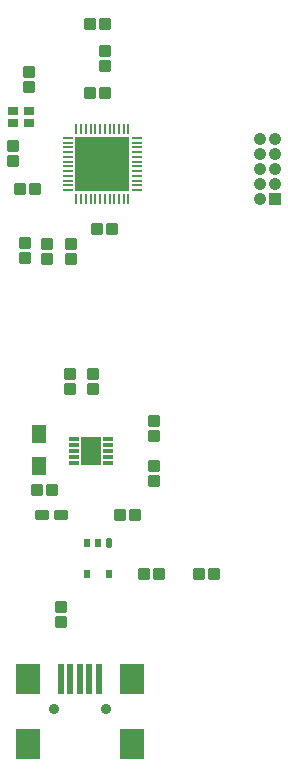
<source format=gbr>
%TF.GenerationSoftware,KiCad,Pcbnew,(5.99.0-10483-ga6ad7a4a70)*%
%TF.CreationDate,2021-05-17T14:47:55+02:00*%
%TF.ProjectId,quadkey,71756164-6b65-4792-9e6b-696361645f70,rev?*%
%TF.SameCoordinates,Original*%
%TF.FileFunction,Soldermask,Top*%
%TF.FilePolarity,Negative*%
%FSLAX46Y46*%
G04 Gerber Fmt 4.6, Leading zero omitted, Abs format (unit mm)*
G04 Created by KiCad (PCBNEW (5.99.0-10483-ga6ad7a4a70)) date 2021-05-17 14:47:55*
%MOMM*%
%LPD*%
G01*
G04 APERTURE LIST*
G04 Aperture macros list*
%AMRoundRect*
0 Rectangle with rounded corners*
0 $1 Rounding radius*
0 $2 $3 $4 $5 $6 $7 $8 $9 X,Y pos of 4 corners*
0 Add a 4 corners polygon primitive as box body*
4,1,4,$2,$3,$4,$5,$6,$7,$8,$9,$2,$3,0*
0 Add four circle primitives for the rounded corners*
1,1,$1+$1,$2,$3*
1,1,$1+$1,$4,$5*
1,1,$1+$1,$6,$7*
1,1,$1+$1,$8,$9*
0 Add four rect primitives between the rounded corners*
20,1,$1+$1,$2,$3,$4,$5,0*
20,1,$1+$1,$4,$5,$6,$7,0*
20,1,$1+$1,$6,$7,$8,$9,0*
20,1,$1+$1,$8,$9,$2,$3,0*%
G04 Aperture macros list end*
%ADD10RoundRect,0.250000X0.250000X0.300000X-0.250000X0.300000X-0.250000X-0.300000X0.250000X-0.300000X0*%
%ADD11R,0.500000X2.500000*%
%ADD12R,2.000000X2.500000*%
%ADD13C,0.900000*%
%ADD14RoundRect,0.137500X-0.137500X-0.262500X0.137500X-0.262500X0.137500X0.262500X-0.137500X0.262500X0*%
%ADD15R,0.550000X0.800000*%
%ADD16R,1.200000X1.500000*%
%ADD17RoundRect,0.250000X-0.300000X0.250000X-0.300000X-0.250000X0.300000X-0.250000X0.300000X0.250000X0*%
%ADD18RoundRect,0.250000X0.300000X-0.250000X0.300000X0.250000X-0.300000X0.250000X-0.300000X-0.250000X0*%
%ADD19RoundRect,0.250000X-0.250000X-0.300000X0.250000X-0.300000X0.250000X0.300000X-0.250000X0.300000X0*%
%ADD20R,0.220000X0.810000*%
%ADD21R,0.810000X0.220000*%
%ADD22R,4.600000X4.600000*%
%ADD23R,0.812800X0.304800*%
%ADD24R,1.651000X2.387600*%
%ADD25R,0.850000X0.750000*%
%ADD26RoundRect,0.212500X0.400000X0.212500X-0.400000X0.212500X-0.400000X-0.212500X0.400000X-0.212500X0*%
%ADD27R,1.060000X1.060000*%
%ADD28C,1.060000*%
G04 APERTURE END LIST*
D10*
%TO.C,C12*%
X93855000Y-60365000D03*
X93855000Y-59095000D03*
%TD*%
%TO.C,C3*%
X99255000Y-85895000D03*
X99255000Y-84625000D03*
%TD*%
D11*
%TO.C,con1*%
X96520000Y-110455000D03*
X97320000Y-110455000D03*
X98120000Y-110455000D03*
X98920000Y-110455000D03*
X99720000Y-110455000D03*
D12*
X93720000Y-110455000D03*
X102520000Y-110455000D03*
X102520000Y-115955000D03*
X93720000Y-115955000D03*
D13*
X95920000Y-113055000D03*
X100320000Y-113055000D03*
%TD*%
D14*
%TO.C,U1*%
X100642500Y-98977500D03*
D15*
X99692500Y-98977500D03*
X98742500Y-98977500D03*
X98742500Y-101577500D03*
X100642500Y-101577500D03*
%TD*%
D10*
%TO.C,C4*%
X97345000Y-85895000D03*
X97345000Y-84625000D03*
%TD*%
D16*
%TO.C,L2*%
X94710000Y-92470000D03*
X94710000Y-89770000D03*
%TD*%
D17*
%TO.C,R2*%
X102850000Y-96600000D03*
X101580000Y-96600000D03*
%TD*%
%TO.C,C1*%
X95745000Y-94445000D03*
X94475000Y-94445000D03*
%TD*%
D10*
%TO.C,C7*%
X97360000Y-74910000D03*
X97360000Y-73640000D03*
%TD*%
%TO.C,C2*%
X104405000Y-89915000D03*
X104405000Y-88645000D03*
%TD*%
D18*
%TO.C,C8*%
X93055000Y-69025000D03*
X94325000Y-69025000D03*
%TD*%
D19*
%TO.C,R1*%
X104400000Y-92430000D03*
X104400000Y-93700000D03*
%TD*%
D10*
%TO.C,R5*%
X100300000Y-58580000D03*
X100300000Y-57310000D03*
%TD*%
%TO.C,C6*%
X93530000Y-74860000D03*
X93530000Y-73590000D03*
%TD*%
D20*
%TO.C,U3*%
X97850000Y-69820000D03*
X98250000Y-69820000D03*
X98650000Y-69820000D03*
X99050000Y-69820000D03*
X99450000Y-69820000D03*
X99850000Y-69820000D03*
X100250000Y-69820000D03*
X100650000Y-69820000D03*
X101050000Y-69820000D03*
X101450000Y-69820000D03*
X101850000Y-69820000D03*
X102250000Y-69820000D03*
D21*
X103000000Y-69070000D03*
X103000000Y-68670000D03*
X103000000Y-68270000D03*
X103000000Y-67870000D03*
X103000000Y-67470000D03*
X103000000Y-67070000D03*
X103000000Y-66670000D03*
X103000000Y-66270000D03*
X103000000Y-65870000D03*
X103000000Y-65470000D03*
X103000000Y-65070000D03*
X103000000Y-64670000D03*
D20*
X102250000Y-63920000D03*
X101850000Y-63920000D03*
X101450000Y-63920000D03*
X101050000Y-63920000D03*
X100650000Y-63920000D03*
X100250000Y-63920000D03*
X99850000Y-63920000D03*
X99450000Y-63920000D03*
X99050000Y-63920000D03*
X98650000Y-63920000D03*
X98250000Y-63920000D03*
X97850000Y-63920000D03*
D21*
X97100000Y-64670000D03*
X97100000Y-65070000D03*
X97100000Y-65470000D03*
X97100000Y-65870000D03*
X97100000Y-66270000D03*
X97100000Y-66670000D03*
X97100000Y-67070000D03*
X97100000Y-67470000D03*
X97100000Y-67870000D03*
X97100000Y-68270000D03*
X97100000Y-68670000D03*
X97100000Y-69070000D03*
D22*
X100050000Y-66870000D03*
%TD*%
D17*
%TO.C,R4*%
X109530000Y-101580000D03*
X108260000Y-101580000D03*
%TD*%
D23*
%TO.C,U2*%
X97606800Y-90189400D03*
X97606800Y-90672000D03*
X97606800Y-91180000D03*
X97606800Y-91688000D03*
X97606800Y-92170600D03*
X100553200Y-92170600D03*
X100553200Y-91688000D03*
X100553200Y-91180000D03*
X100553200Y-90672000D03*
X100553200Y-90189400D03*
D24*
X99080000Y-91180000D03*
%TD*%
D19*
%TO.C,C13*%
X92460000Y-65330000D03*
X92460000Y-66600000D03*
%TD*%
D25*
%TO.C,Y1*%
X92484795Y-63435000D03*
X93834795Y-63435000D03*
X93834795Y-62385000D03*
X92484795Y-62385000D03*
%TD*%
D18*
%TO.C,R3*%
X103580000Y-101580000D03*
X104850000Y-101580000D03*
%TD*%
D10*
%TO.C,L1*%
X96510000Y-105660000D03*
X96510000Y-104390000D03*
%TD*%
D17*
%TO.C,C10*%
X100875000Y-72375000D03*
X99605000Y-72375000D03*
%TD*%
D26*
%TO.C,D1*%
X96530000Y-96610000D03*
X94905000Y-96610000D03*
%TD*%
D17*
%TO.C,C11*%
X100280000Y-60840000D03*
X99010000Y-60840000D03*
%TD*%
%TO.C,C14*%
X100270000Y-55030000D03*
X99000000Y-55030000D03*
%TD*%
D27*
%TO.C,CON1*%
X114670000Y-69800000D03*
D28*
X113400000Y-69800000D03*
X114670000Y-68530000D03*
X113400000Y-68530000D03*
X114670000Y-67260000D03*
X113400000Y-67260000D03*
X114670000Y-65990000D03*
X113400000Y-65990000D03*
X114670000Y-64720000D03*
X113400000Y-64720000D03*
%TD*%
D10*
%TO.C,C5*%
X95395000Y-74905000D03*
X95395000Y-73635000D03*
%TD*%
M02*

</source>
